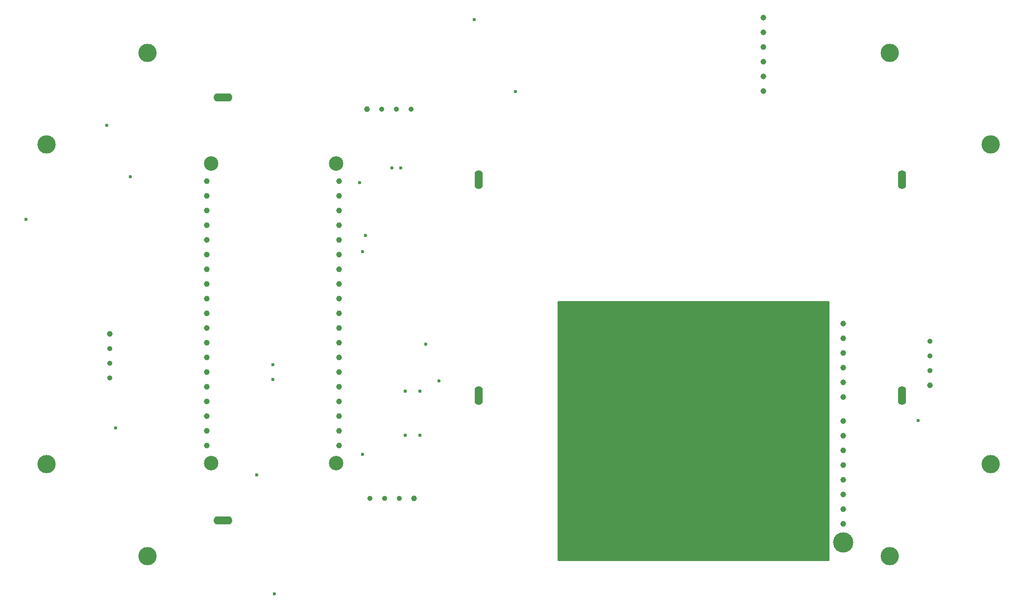
<source format=gbr>
G04 Generated by Ultiboard 14.2 *
%FSLAX24Y24*%
%MOIN*%

%ADD10C,0.0001*%
%ADD11C,0.0236*%
%ADD12C,0.1250*%
%ADD13R,1.8404X1.7617*%
%ADD14C,0.0100*%
%ADD15C,0.0240*%
%ADD16C,0.0394*%
%ADD17C,0.1378*%
%ADD18O,0.1290X0.0550*%
%ADD19C,0.0984*%
%ADD20O,0.0550X0.1290*%
%ADD21C,0.0350*%
%ADD22C,0.0392*%


G04 ColorRGB 000000 for the following layer *
%LNDrill-Copper Top-Copper Bottom*%
%LPD*%
G54D11*
X-33500Y5800D03*
X-27400Y-8400D03*
X-16600Y-19700D03*
X27200Y-7900D03*
X-10600Y3600D03*
X-10800Y8300D03*
X-16700Y-4100D03*
X-16700Y-5100D03*
X-17800Y-11600D03*
X-26400Y8700D03*
X-28000Y12200D03*
X-8600Y9300D03*
X-8000Y9300D03*
X-10600Y-10200D03*
X-6300Y-2700D03*
X-10400Y4700D03*
X-200Y14500D03*
X-5400Y-5200D03*
X-3000Y19400D03*
G54D12*
X-25240Y17140D03*
X25240Y17140D03*
X32110Y10890D03*
X32110Y-10890D03*
X-32110Y10890D03*
X-25240Y-17140D03*
X25240Y-17140D03*
X-32110Y-10890D03*
G54D13*
X11900Y-8600D03*
G54D14*
X2698Y-17408D02*
X21102Y-17408D01*
X21102Y208D01*
X2698Y208D01*
X2698Y-17408D01*D02*
G54D15*
X-7700Y-8896D03*
X-6700Y-8896D03*
X-6700Y-5904D03*
X-7700Y-5904D03*
G54D16*
X22100Y-7955D03*
X22100Y-8955D03*
X22100Y-9955D03*
X22100Y-10955D03*
X22100Y-11955D03*
X22100Y-12955D03*
X22100Y-13955D03*
X22100Y-14955D03*
X22092Y-6314D03*
X22092Y-5314D03*
X22092Y-4314D03*
X22092Y-3314D03*
X22092Y-2314D03*
X22092Y-1314D03*
X-12200Y-9600D03*
X-12200Y-8600D03*
X-12200Y-7600D03*
X-12200Y-6600D03*
X-12200Y-5600D03*
X-12200Y-4600D03*
X-12200Y-3600D03*
X-12200Y-2600D03*
X-12200Y-1600D03*
X-12200Y-600D03*
X-12200Y400D03*
X-12200Y1400D03*
X-12200Y2400D03*
X-12200Y3400D03*
X-12200Y4400D03*
X-12200Y5400D03*
X-12200Y6400D03*
X-12200Y7400D03*
X-12200Y8400D03*
X-21200Y-9600D03*
X-21200Y-8600D03*
X-21200Y-7600D03*
X-21200Y-6600D03*
X-21200Y-5600D03*
X-21200Y-4600D03*
X-21200Y-3600D03*
X-21200Y-2600D03*
X-21200Y-1600D03*
X-21200Y-600D03*
X-21200Y400D03*
X-21200Y1400D03*
X-21200Y2400D03*
X-21200Y3400D03*
X-21200Y4400D03*
X-21200Y5400D03*
X-21200Y6400D03*
X-21200Y7400D03*
X-21200Y8400D03*
X16660Y14540D03*
X16660Y15540D03*
X16660Y16540D03*
X16660Y17540D03*
X16660Y18540D03*
X16660Y19540D03*
G54D17*
X22092Y-16195D03*
G54D18*
X-20100Y-14700D03*
X-20100Y14100D03*
G54D19*
X-12400Y-10800D03*
X-20900Y-10800D03*
X-20900Y9600D03*
X-12400Y9600D03*
G54D20*
X-2700Y-6200D03*
X26100Y-6200D03*
X26100Y8500D03*
X-2700Y8500D03*
G54D21*
X28000Y-3500D03*
X28000Y-4500D03*
X28000Y-2500D03*
X-27800Y-4000D03*
X-27800Y-3000D03*
X-27800Y-5000D03*
X-9096Y-13196D03*
X-8096Y-13196D03*
X-10096Y-13196D03*
X-8300Y13300D03*
X-9300Y13300D03*
X-7300Y13300D03*
G54D22*
X28000Y-5500D03*
X-27800Y-2000D03*
X-7096Y-13196D03*
X-10300Y13300D03*

M02*

</source>
